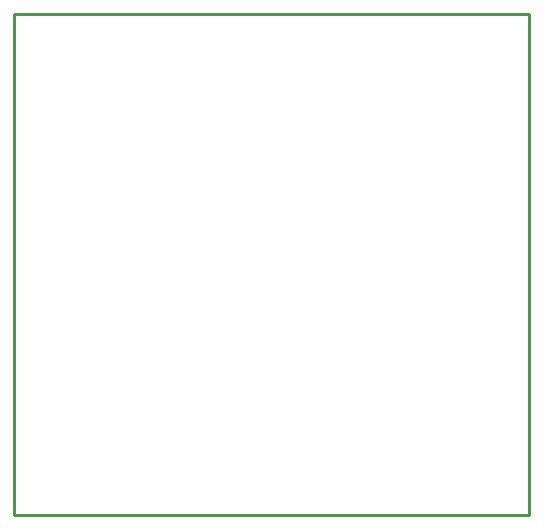
<source format=gko>
G04 Layer: BoardOutlineLayer*
G04 EasyEDA v6.5.22, 2023-03-11 10:03:51*
G04 8c804c29d0f949b487868860c40900b7,2edda57568cb4d92a7641b919e05c1e7,10*
G04 Gerber Generator version 0.2*
G04 Scale: 100 percent, Rotated: No, Reflected: No *
G04 Dimensions in inches *
G04 leading zeros omitted , absolute positions ,3 integer and 6 decimal *
%FSLAX36Y36*%
%MOIN*%

%ADD10C,0.0100*%
D10*
X-855999Y700000D02*
G01*
X860000Y700000D01*
X860000Y-970000D01*
X-855999Y-970000D01*
X-855999Y700000D01*

%LPD*%
M02*

</source>
